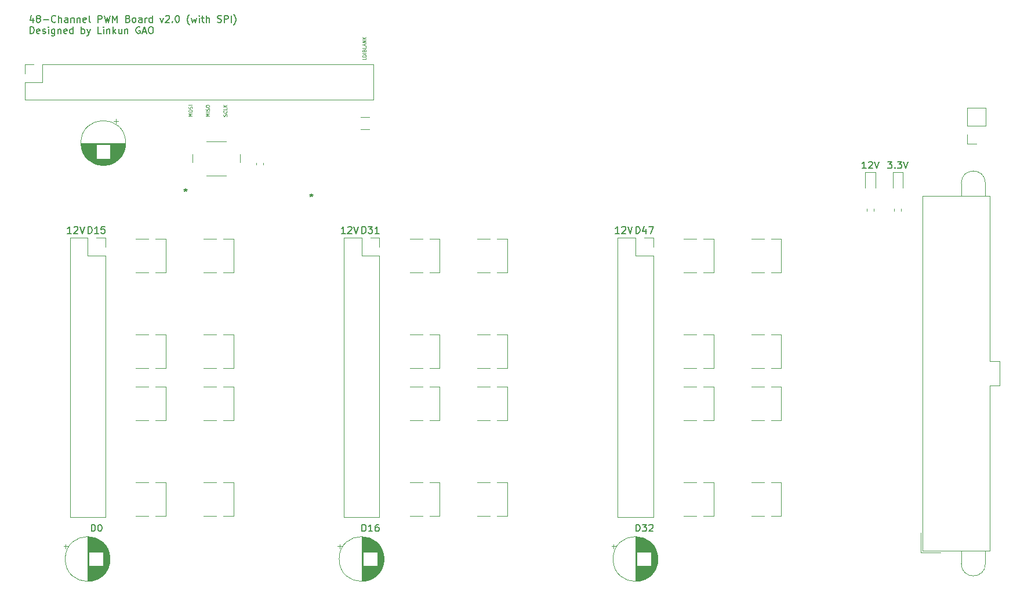
<source format=gbr>
%TF.GenerationSoftware,KiCad,Pcbnew,(5.1.6)-1*%
%TF.CreationDate,2020-07-20T16:14:19+09:00*%
%TF.ProjectId,PWM-LT8500,50574d2d-4c54-4383-9530-302e6b696361,rev?*%
%TF.SameCoordinates,Original*%
%TF.FileFunction,Legend,Top*%
%TF.FilePolarity,Positive*%
%FSLAX46Y46*%
G04 Gerber Fmt 4.6, Leading zero omitted, Abs format (unit mm)*
G04 Created by KiCad (PCBNEW (5.1.6)-1) date 2020-07-20 16:14:19*
%MOMM*%
%LPD*%
G01*
G04 APERTURE LIST*
%ADD10C,0.150000*%
%ADD11C,0.100000*%
%ADD12C,0.120000*%
G04 APERTURE END LIST*
D10*
X65380000Y-44632380D02*
X65380000Y-44870476D01*
X65141904Y-44775238D02*
X65380000Y-44870476D01*
X65618095Y-44775238D01*
X65237142Y-45060952D02*
X65380000Y-44870476D01*
X65522857Y-45060952D01*
X47000000Y-43882380D02*
X47000000Y-44120476D01*
X46761904Y-44025238D02*
X47000000Y-44120476D01*
X47238095Y-44025238D01*
X46857142Y-44310952D02*
X47000000Y-44120476D01*
X47142857Y-44310952D01*
D11*
X53012380Y-33345238D02*
X53036190Y-33273809D01*
X53036190Y-33154761D01*
X53012380Y-33107142D01*
X52988571Y-33083333D01*
X52940952Y-33059523D01*
X52893333Y-33059523D01*
X52845714Y-33083333D01*
X52821904Y-33107142D01*
X52798095Y-33154761D01*
X52774285Y-33250000D01*
X52750476Y-33297619D01*
X52726666Y-33321428D01*
X52679047Y-33345238D01*
X52631428Y-33345238D01*
X52583809Y-33321428D01*
X52560000Y-33297619D01*
X52536190Y-33250000D01*
X52536190Y-33130952D01*
X52560000Y-33059523D01*
X52988571Y-32559523D02*
X53012380Y-32583333D01*
X53036190Y-32654761D01*
X53036190Y-32702380D01*
X53012380Y-32773809D01*
X52964761Y-32821428D01*
X52917142Y-32845238D01*
X52821904Y-32869047D01*
X52750476Y-32869047D01*
X52655238Y-32845238D01*
X52607619Y-32821428D01*
X52560000Y-32773809D01*
X52536190Y-32702380D01*
X52536190Y-32654761D01*
X52560000Y-32583333D01*
X52583809Y-32559523D01*
X53036190Y-32107142D02*
X53036190Y-32345238D01*
X52536190Y-32345238D01*
X53036190Y-31940476D02*
X52536190Y-31940476D01*
X53036190Y-31654761D02*
X52750476Y-31869047D01*
X52536190Y-31654761D02*
X52821904Y-31940476D01*
X50496190Y-33285714D02*
X49996190Y-33285714D01*
X50353333Y-33119047D01*
X49996190Y-32952380D01*
X50496190Y-32952380D01*
X50496190Y-32714285D02*
X49996190Y-32714285D01*
X50472380Y-32500000D02*
X50496190Y-32428571D01*
X50496190Y-32309523D01*
X50472380Y-32261904D01*
X50448571Y-32238095D01*
X50400952Y-32214285D01*
X50353333Y-32214285D01*
X50305714Y-32238095D01*
X50281904Y-32261904D01*
X50258095Y-32309523D01*
X50234285Y-32404761D01*
X50210476Y-32452380D01*
X50186666Y-32476190D01*
X50139047Y-32500000D01*
X50091428Y-32500000D01*
X50043809Y-32476190D01*
X50020000Y-32452380D01*
X49996190Y-32404761D01*
X49996190Y-32285714D01*
X50020000Y-32214285D01*
X49996190Y-31904761D02*
X49996190Y-31809523D01*
X50020000Y-31761904D01*
X50067619Y-31714285D01*
X50162857Y-31690476D01*
X50329523Y-31690476D01*
X50424761Y-31714285D01*
X50472380Y-31761904D01*
X50496190Y-31809523D01*
X50496190Y-31904761D01*
X50472380Y-31952380D01*
X50424761Y-32000000D01*
X50329523Y-32023809D01*
X50162857Y-32023809D01*
X50067619Y-32000000D01*
X50020000Y-31952380D01*
X49996190Y-31904761D01*
X47956190Y-33285714D02*
X47456190Y-33285714D01*
X47813333Y-33119047D01*
X47456190Y-32952380D01*
X47956190Y-32952380D01*
X47456190Y-32619047D02*
X47456190Y-32523809D01*
X47480000Y-32476190D01*
X47527619Y-32428571D01*
X47622857Y-32404761D01*
X47789523Y-32404761D01*
X47884761Y-32428571D01*
X47932380Y-32476190D01*
X47956190Y-32523809D01*
X47956190Y-32619047D01*
X47932380Y-32666666D01*
X47884761Y-32714285D01*
X47789523Y-32738095D01*
X47622857Y-32738095D01*
X47527619Y-32714285D01*
X47480000Y-32666666D01*
X47456190Y-32619047D01*
X47932380Y-32214285D02*
X47956190Y-32142857D01*
X47956190Y-32023809D01*
X47932380Y-31976190D01*
X47908571Y-31952380D01*
X47860952Y-31928571D01*
X47813333Y-31928571D01*
X47765714Y-31952380D01*
X47741904Y-31976190D01*
X47718095Y-32023809D01*
X47694285Y-32119047D01*
X47670476Y-32166666D01*
X47646666Y-32190476D01*
X47599047Y-32214285D01*
X47551428Y-32214285D01*
X47503809Y-32190476D01*
X47480000Y-32166666D01*
X47456190Y-32119047D01*
X47456190Y-32000000D01*
X47480000Y-31928571D01*
X47956190Y-31714285D02*
X47456190Y-31714285D01*
X73356190Y-24792857D02*
X73356190Y-25030952D01*
X72856190Y-25030952D01*
X73356190Y-24626190D02*
X72856190Y-24626190D01*
X72856190Y-24507142D01*
X72880000Y-24435714D01*
X72927619Y-24388095D01*
X72975238Y-24364285D01*
X73070476Y-24340476D01*
X73141904Y-24340476D01*
X73237142Y-24364285D01*
X73284761Y-24388095D01*
X73332380Y-24435714D01*
X73356190Y-24507142D01*
X73356190Y-24626190D01*
X73356190Y-24126190D02*
X72856190Y-24126190D01*
X73094285Y-23721428D02*
X73118095Y-23650000D01*
X73141904Y-23626190D01*
X73189523Y-23602380D01*
X73260952Y-23602380D01*
X73308571Y-23626190D01*
X73332380Y-23650000D01*
X73356190Y-23697619D01*
X73356190Y-23888095D01*
X72856190Y-23888095D01*
X72856190Y-23721428D01*
X72880000Y-23673809D01*
X72903809Y-23650000D01*
X72951428Y-23626190D01*
X72999047Y-23626190D01*
X73046666Y-23650000D01*
X73070476Y-23673809D01*
X73094285Y-23721428D01*
X73094285Y-23888095D01*
X73356190Y-23150000D02*
X73356190Y-23388095D01*
X72856190Y-23388095D01*
X73213333Y-23007142D02*
X73213333Y-22769047D01*
X73356190Y-23054761D02*
X72856190Y-22888095D01*
X73356190Y-22721428D01*
X73356190Y-22554761D02*
X72856190Y-22554761D01*
X73356190Y-22269047D01*
X72856190Y-22269047D01*
X73356190Y-22030952D02*
X72856190Y-22030952D01*
X73356190Y-21745238D02*
X73070476Y-21959523D01*
X72856190Y-21745238D02*
X73141904Y-22030952D01*
D10*
X24764166Y-18960714D02*
X24764166Y-19627380D01*
X24526071Y-18579761D02*
X24287976Y-19294047D01*
X24907023Y-19294047D01*
X25430833Y-19055952D02*
X25335595Y-19008333D01*
X25287976Y-18960714D01*
X25240357Y-18865476D01*
X25240357Y-18817857D01*
X25287976Y-18722619D01*
X25335595Y-18675000D01*
X25430833Y-18627380D01*
X25621309Y-18627380D01*
X25716547Y-18675000D01*
X25764166Y-18722619D01*
X25811785Y-18817857D01*
X25811785Y-18865476D01*
X25764166Y-18960714D01*
X25716547Y-19008333D01*
X25621309Y-19055952D01*
X25430833Y-19055952D01*
X25335595Y-19103571D01*
X25287976Y-19151190D01*
X25240357Y-19246428D01*
X25240357Y-19436904D01*
X25287976Y-19532142D01*
X25335595Y-19579761D01*
X25430833Y-19627380D01*
X25621309Y-19627380D01*
X25716547Y-19579761D01*
X25764166Y-19532142D01*
X25811785Y-19436904D01*
X25811785Y-19246428D01*
X25764166Y-19151190D01*
X25716547Y-19103571D01*
X25621309Y-19055952D01*
X26240357Y-19246428D02*
X27002261Y-19246428D01*
X28049880Y-19532142D02*
X28002261Y-19579761D01*
X27859404Y-19627380D01*
X27764166Y-19627380D01*
X27621309Y-19579761D01*
X27526071Y-19484523D01*
X27478452Y-19389285D01*
X27430833Y-19198809D01*
X27430833Y-19055952D01*
X27478452Y-18865476D01*
X27526071Y-18770238D01*
X27621309Y-18675000D01*
X27764166Y-18627380D01*
X27859404Y-18627380D01*
X28002261Y-18675000D01*
X28049880Y-18722619D01*
X28478452Y-19627380D02*
X28478452Y-18627380D01*
X28907023Y-19627380D02*
X28907023Y-19103571D01*
X28859404Y-19008333D01*
X28764166Y-18960714D01*
X28621309Y-18960714D01*
X28526071Y-19008333D01*
X28478452Y-19055952D01*
X29811785Y-19627380D02*
X29811785Y-19103571D01*
X29764166Y-19008333D01*
X29668928Y-18960714D01*
X29478452Y-18960714D01*
X29383214Y-19008333D01*
X29811785Y-19579761D02*
X29716547Y-19627380D01*
X29478452Y-19627380D01*
X29383214Y-19579761D01*
X29335595Y-19484523D01*
X29335595Y-19389285D01*
X29383214Y-19294047D01*
X29478452Y-19246428D01*
X29716547Y-19246428D01*
X29811785Y-19198809D01*
X30287976Y-18960714D02*
X30287976Y-19627380D01*
X30287976Y-19055952D02*
X30335595Y-19008333D01*
X30430833Y-18960714D01*
X30573690Y-18960714D01*
X30668928Y-19008333D01*
X30716547Y-19103571D01*
X30716547Y-19627380D01*
X31192738Y-18960714D02*
X31192738Y-19627380D01*
X31192738Y-19055952D02*
X31240357Y-19008333D01*
X31335595Y-18960714D01*
X31478452Y-18960714D01*
X31573690Y-19008333D01*
X31621309Y-19103571D01*
X31621309Y-19627380D01*
X32478452Y-19579761D02*
X32383214Y-19627380D01*
X32192738Y-19627380D01*
X32097500Y-19579761D01*
X32049880Y-19484523D01*
X32049880Y-19103571D01*
X32097500Y-19008333D01*
X32192738Y-18960714D01*
X32383214Y-18960714D01*
X32478452Y-19008333D01*
X32526071Y-19103571D01*
X32526071Y-19198809D01*
X32049880Y-19294047D01*
X33097500Y-19627380D02*
X33002261Y-19579761D01*
X32954642Y-19484523D01*
X32954642Y-18627380D01*
X34240357Y-19627380D02*
X34240357Y-18627380D01*
X34621309Y-18627380D01*
X34716547Y-18675000D01*
X34764166Y-18722619D01*
X34811785Y-18817857D01*
X34811785Y-18960714D01*
X34764166Y-19055952D01*
X34716547Y-19103571D01*
X34621309Y-19151190D01*
X34240357Y-19151190D01*
X35145119Y-18627380D02*
X35383214Y-19627380D01*
X35573690Y-18913095D01*
X35764166Y-19627380D01*
X36002261Y-18627380D01*
X36383214Y-19627380D02*
X36383214Y-18627380D01*
X36716547Y-19341666D01*
X37049880Y-18627380D01*
X37049880Y-19627380D01*
X38621309Y-19103571D02*
X38764166Y-19151190D01*
X38811785Y-19198809D01*
X38859404Y-19294047D01*
X38859404Y-19436904D01*
X38811785Y-19532142D01*
X38764166Y-19579761D01*
X38668928Y-19627380D01*
X38287976Y-19627380D01*
X38287976Y-18627380D01*
X38621309Y-18627380D01*
X38716547Y-18675000D01*
X38764166Y-18722619D01*
X38811785Y-18817857D01*
X38811785Y-18913095D01*
X38764166Y-19008333D01*
X38716547Y-19055952D01*
X38621309Y-19103571D01*
X38287976Y-19103571D01*
X39430833Y-19627380D02*
X39335595Y-19579761D01*
X39287976Y-19532142D01*
X39240357Y-19436904D01*
X39240357Y-19151190D01*
X39287976Y-19055952D01*
X39335595Y-19008333D01*
X39430833Y-18960714D01*
X39573690Y-18960714D01*
X39668928Y-19008333D01*
X39716547Y-19055952D01*
X39764166Y-19151190D01*
X39764166Y-19436904D01*
X39716547Y-19532142D01*
X39668928Y-19579761D01*
X39573690Y-19627380D01*
X39430833Y-19627380D01*
X40621309Y-19627380D02*
X40621309Y-19103571D01*
X40573690Y-19008333D01*
X40478452Y-18960714D01*
X40287976Y-18960714D01*
X40192738Y-19008333D01*
X40621309Y-19579761D02*
X40526071Y-19627380D01*
X40287976Y-19627380D01*
X40192738Y-19579761D01*
X40145119Y-19484523D01*
X40145119Y-19389285D01*
X40192738Y-19294047D01*
X40287976Y-19246428D01*
X40526071Y-19246428D01*
X40621309Y-19198809D01*
X41097500Y-19627380D02*
X41097500Y-18960714D01*
X41097500Y-19151190D02*
X41145119Y-19055952D01*
X41192738Y-19008333D01*
X41287976Y-18960714D01*
X41383214Y-18960714D01*
X42145119Y-19627380D02*
X42145119Y-18627380D01*
X42145119Y-19579761D02*
X42049880Y-19627380D01*
X41859404Y-19627380D01*
X41764166Y-19579761D01*
X41716547Y-19532142D01*
X41668928Y-19436904D01*
X41668928Y-19151190D01*
X41716547Y-19055952D01*
X41764166Y-19008333D01*
X41859404Y-18960714D01*
X42049880Y-18960714D01*
X42145119Y-19008333D01*
X43287976Y-18960714D02*
X43526071Y-19627380D01*
X43764166Y-18960714D01*
X44097500Y-18722619D02*
X44145119Y-18675000D01*
X44240357Y-18627380D01*
X44478452Y-18627380D01*
X44573690Y-18675000D01*
X44621309Y-18722619D01*
X44668928Y-18817857D01*
X44668928Y-18913095D01*
X44621309Y-19055952D01*
X44049880Y-19627380D01*
X44668928Y-19627380D01*
X45097500Y-19532142D02*
X45145119Y-19579761D01*
X45097500Y-19627380D01*
X45049880Y-19579761D01*
X45097500Y-19532142D01*
X45097500Y-19627380D01*
X45764166Y-18627380D02*
X45859404Y-18627380D01*
X45954642Y-18675000D01*
X46002261Y-18722619D01*
X46049880Y-18817857D01*
X46097500Y-19008333D01*
X46097500Y-19246428D01*
X46049880Y-19436904D01*
X46002261Y-19532142D01*
X45954642Y-19579761D01*
X45859404Y-19627380D01*
X45764166Y-19627380D01*
X45668928Y-19579761D01*
X45621309Y-19532142D01*
X45573690Y-19436904D01*
X45526071Y-19246428D01*
X45526071Y-19008333D01*
X45573690Y-18817857D01*
X45621309Y-18722619D01*
X45668928Y-18675000D01*
X45764166Y-18627380D01*
X47573690Y-20008333D02*
X47526071Y-19960714D01*
X47430833Y-19817857D01*
X47383214Y-19722619D01*
X47335595Y-19579761D01*
X47287976Y-19341666D01*
X47287976Y-19151190D01*
X47335595Y-18913095D01*
X47383214Y-18770238D01*
X47430833Y-18675000D01*
X47526071Y-18532142D01*
X47573690Y-18484523D01*
X47859404Y-18960714D02*
X48049880Y-19627380D01*
X48240357Y-19151190D01*
X48430833Y-19627380D01*
X48621309Y-18960714D01*
X49002261Y-19627380D02*
X49002261Y-18960714D01*
X49002261Y-18627380D02*
X48954642Y-18675000D01*
X49002261Y-18722619D01*
X49049880Y-18675000D01*
X49002261Y-18627380D01*
X49002261Y-18722619D01*
X49335595Y-18960714D02*
X49716547Y-18960714D01*
X49478452Y-18627380D02*
X49478452Y-19484523D01*
X49526071Y-19579761D01*
X49621309Y-19627380D01*
X49716547Y-19627380D01*
X50049880Y-19627380D02*
X50049880Y-18627380D01*
X50478452Y-19627380D02*
X50478452Y-19103571D01*
X50430833Y-19008333D01*
X50335595Y-18960714D01*
X50192738Y-18960714D01*
X50097500Y-19008333D01*
X50049880Y-19055952D01*
X51668928Y-19579761D02*
X51811785Y-19627380D01*
X52049880Y-19627380D01*
X52145119Y-19579761D01*
X52192738Y-19532142D01*
X52240357Y-19436904D01*
X52240357Y-19341666D01*
X52192738Y-19246428D01*
X52145119Y-19198809D01*
X52049880Y-19151190D01*
X51859404Y-19103571D01*
X51764166Y-19055952D01*
X51716547Y-19008333D01*
X51668928Y-18913095D01*
X51668928Y-18817857D01*
X51716547Y-18722619D01*
X51764166Y-18675000D01*
X51859404Y-18627380D01*
X52097500Y-18627380D01*
X52240357Y-18675000D01*
X52668928Y-19627380D02*
X52668928Y-18627380D01*
X53049880Y-18627380D01*
X53145119Y-18675000D01*
X53192738Y-18722619D01*
X53240357Y-18817857D01*
X53240357Y-18960714D01*
X53192738Y-19055952D01*
X53145119Y-19103571D01*
X53049880Y-19151190D01*
X52668928Y-19151190D01*
X53668928Y-19627380D02*
X53668928Y-18627380D01*
X54049880Y-20008333D02*
X54097500Y-19960714D01*
X54192738Y-19817857D01*
X54240357Y-19722619D01*
X54287976Y-19579761D01*
X54335595Y-19341666D01*
X54335595Y-19151190D01*
X54287976Y-18913095D01*
X54240357Y-18770238D01*
X54192738Y-18675000D01*
X54097500Y-18532142D01*
X54049880Y-18484523D01*
X24335595Y-21277380D02*
X24335595Y-20277380D01*
X24573690Y-20277380D01*
X24716547Y-20325000D01*
X24811785Y-20420238D01*
X24859404Y-20515476D01*
X24907023Y-20705952D01*
X24907023Y-20848809D01*
X24859404Y-21039285D01*
X24811785Y-21134523D01*
X24716547Y-21229761D01*
X24573690Y-21277380D01*
X24335595Y-21277380D01*
X25716547Y-21229761D02*
X25621309Y-21277380D01*
X25430833Y-21277380D01*
X25335595Y-21229761D01*
X25287976Y-21134523D01*
X25287976Y-20753571D01*
X25335595Y-20658333D01*
X25430833Y-20610714D01*
X25621309Y-20610714D01*
X25716547Y-20658333D01*
X25764166Y-20753571D01*
X25764166Y-20848809D01*
X25287976Y-20944047D01*
X26145119Y-21229761D02*
X26240357Y-21277380D01*
X26430833Y-21277380D01*
X26526071Y-21229761D01*
X26573690Y-21134523D01*
X26573690Y-21086904D01*
X26526071Y-20991666D01*
X26430833Y-20944047D01*
X26287976Y-20944047D01*
X26192738Y-20896428D01*
X26145119Y-20801190D01*
X26145119Y-20753571D01*
X26192738Y-20658333D01*
X26287976Y-20610714D01*
X26430833Y-20610714D01*
X26526071Y-20658333D01*
X27002261Y-21277380D02*
X27002261Y-20610714D01*
X27002261Y-20277380D02*
X26954642Y-20325000D01*
X27002261Y-20372619D01*
X27049880Y-20325000D01*
X27002261Y-20277380D01*
X27002261Y-20372619D01*
X27907023Y-20610714D02*
X27907023Y-21420238D01*
X27859404Y-21515476D01*
X27811785Y-21563095D01*
X27716547Y-21610714D01*
X27573690Y-21610714D01*
X27478452Y-21563095D01*
X27907023Y-21229761D02*
X27811785Y-21277380D01*
X27621309Y-21277380D01*
X27526071Y-21229761D01*
X27478452Y-21182142D01*
X27430833Y-21086904D01*
X27430833Y-20801190D01*
X27478452Y-20705952D01*
X27526071Y-20658333D01*
X27621309Y-20610714D01*
X27811785Y-20610714D01*
X27907023Y-20658333D01*
X28383214Y-20610714D02*
X28383214Y-21277380D01*
X28383214Y-20705952D02*
X28430833Y-20658333D01*
X28526071Y-20610714D01*
X28668928Y-20610714D01*
X28764166Y-20658333D01*
X28811785Y-20753571D01*
X28811785Y-21277380D01*
X29668928Y-21229761D02*
X29573690Y-21277380D01*
X29383214Y-21277380D01*
X29287976Y-21229761D01*
X29240357Y-21134523D01*
X29240357Y-20753571D01*
X29287976Y-20658333D01*
X29383214Y-20610714D01*
X29573690Y-20610714D01*
X29668928Y-20658333D01*
X29716547Y-20753571D01*
X29716547Y-20848809D01*
X29240357Y-20944047D01*
X30573690Y-21277380D02*
X30573690Y-20277380D01*
X30573690Y-21229761D02*
X30478452Y-21277380D01*
X30287976Y-21277380D01*
X30192738Y-21229761D01*
X30145119Y-21182142D01*
X30097500Y-21086904D01*
X30097500Y-20801190D01*
X30145119Y-20705952D01*
X30192738Y-20658333D01*
X30287976Y-20610714D01*
X30478452Y-20610714D01*
X30573690Y-20658333D01*
X31811785Y-21277380D02*
X31811785Y-20277380D01*
X31811785Y-20658333D02*
X31907023Y-20610714D01*
X32097500Y-20610714D01*
X32192738Y-20658333D01*
X32240357Y-20705952D01*
X32287976Y-20801190D01*
X32287976Y-21086904D01*
X32240357Y-21182142D01*
X32192738Y-21229761D01*
X32097500Y-21277380D01*
X31907023Y-21277380D01*
X31811785Y-21229761D01*
X32621309Y-20610714D02*
X32859404Y-21277380D01*
X33097500Y-20610714D02*
X32859404Y-21277380D01*
X32764166Y-21515476D01*
X32716547Y-21563095D01*
X32621309Y-21610714D01*
X34716547Y-21277380D02*
X34240357Y-21277380D01*
X34240357Y-20277380D01*
X35049880Y-21277380D02*
X35049880Y-20610714D01*
X35049880Y-20277380D02*
X35002261Y-20325000D01*
X35049880Y-20372619D01*
X35097500Y-20325000D01*
X35049880Y-20277380D01*
X35049880Y-20372619D01*
X35526071Y-20610714D02*
X35526071Y-21277380D01*
X35526071Y-20705952D02*
X35573690Y-20658333D01*
X35668928Y-20610714D01*
X35811785Y-20610714D01*
X35907023Y-20658333D01*
X35954642Y-20753571D01*
X35954642Y-21277380D01*
X36430833Y-21277380D02*
X36430833Y-20277380D01*
X36526071Y-20896428D02*
X36811785Y-21277380D01*
X36811785Y-20610714D02*
X36430833Y-20991666D01*
X37668928Y-20610714D02*
X37668928Y-21277380D01*
X37240357Y-20610714D02*
X37240357Y-21134523D01*
X37287976Y-21229761D01*
X37383214Y-21277380D01*
X37526071Y-21277380D01*
X37621309Y-21229761D01*
X37668928Y-21182142D01*
X38145119Y-20610714D02*
X38145119Y-21277380D01*
X38145119Y-20705952D02*
X38192738Y-20658333D01*
X38287976Y-20610714D01*
X38430833Y-20610714D01*
X38526071Y-20658333D01*
X38573690Y-20753571D01*
X38573690Y-21277380D01*
X40335595Y-20325000D02*
X40240357Y-20277380D01*
X40097500Y-20277380D01*
X39954642Y-20325000D01*
X39859404Y-20420238D01*
X39811785Y-20515476D01*
X39764166Y-20705952D01*
X39764166Y-20848809D01*
X39811785Y-21039285D01*
X39859404Y-21134523D01*
X39954642Y-21229761D01*
X40097500Y-21277380D01*
X40192738Y-21277380D01*
X40335595Y-21229761D01*
X40383214Y-21182142D01*
X40383214Y-20848809D01*
X40192738Y-20848809D01*
X40764166Y-20991666D02*
X41240357Y-20991666D01*
X40668928Y-21277380D02*
X41002261Y-20277380D01*
X41335595Y-21277380D01*
X41859404Y-20277380D02*
X42049880Y-20277380D01*
X42145119Y-20325000D01*
X42240357Y-20420238D01*
X42287976Y-20610714D01*
X42287976Y-20944047D01*
X42240357Y-21134523D01*
X42145119Y-21229761D01*
X42049880Y-21277380D01*
X41859404Y-21277380D01*
X41764166Y-21229761D01*
X41668928Y-21134523D01*
X41621309Y-20944047D01*
X41621309Y-20610714D01*
X41668928Y-20420238D01*
X41764166Y-20325000D01*
X41859404Y-20277380D01*
X146380952Y-40952380D02*
X145809523Y-40952380D01*
X146095238Y-40952380D02*
X146095238Y-39952380D01*
X146000000Y-40095238D01*
X145904761Y-40190476D01*
X145809523Y-40238095D01*
X146761904Y-40047619D02*
X146809523Y-40000000D01*
X146904761Y-39952380D01*
X147142857Y-39952380D01*
X147238095Y-40000000D01*
X147285714Y-40047619D01*
X147333333Y-40142857D01*
X147333333Y-40238095D01*
X147285714Y-40380952D01*
X146714285Y-40952380D01*
X147333333Y-40952380D01*
X147619047Y-39952380D02*
X147952380Y-40952380D01*
X148285714Y-39952380D01*
X149523809Y-39952380D02*
X150142857Y-39952380D01*
X149809523Y-40333333D01*
X149952380Y-40333333D01*
X150047619Y-40380952D01*
X150095238Y-40428571D01*
X150142857Y-40523809D01*
X150142857Y-40761904D01*
X150095238Y-40857142D01*
X150047619Y-40904761D01*
X149952380Y-40952380D01*
X149666666Y-40952380D01*
X149571428Y-40904761D01*
X149523809Y-40857142D01*
X150571428Y-40857142D02*
X150619047Y-40904761D01*
X150571428Y-40952380D01*
X150523809Y-40904761D01*
X150571428Y-40857142D01*
X150571428Y-40952380D01*
X150952380Y-39952380D02*
X151571428Y-39952380D01*
X151238095Y-40333333D01*
X151380952Y-40333333D01*
X151476190Y-40380952D01*
X151523809Y-40428571D01*
X151571428Y-40523809D01*
X151571428Y-40761904D01*
X151523809Y-40857142D01*
X151476190Y-40904761D01*
X151380952Y-40952380D01*
X151095238Y-40952380D01*
X151000000Y-40904761D01*
X150952380Y-40857142D01*
X151857142Y-39952380D02*
X152190476Y-40952380D01*
X152523809Y-39952380D01*
X112785714Y-50452380D02*
X112785714Y-49452380D01*
X113023809Y-49452380D01*
X113166666Y-49500000D01*
X113261904Y-49595238D01*
X113309523Y-49690476D01*
X113357142Y-49880952D01*
X113357142Y-50023809D01*
X113309523Y-50214285D01*
X113261904Y-50309523D01*
X113166666Y-50404761D01*
X113023809Y-50452380D01*
X112785714Y-50452380D01*
X114214285Y-49785714D02*
X114214285Y-50452380D01*
X113976190Y-49404761D02*
X113738095Y-50119047D01*
X114357142Y-50119047D01*
X114642857Y-49452380D02*
X115309523Y-49452380D01*
X114880952Y-50452380D01*
X112785714Y-93952380D02*
X112785714Y-92952380D01*
X113023809Y-92952380D01*
X113166666Y-93000000D01*
X113261904Y-93095238D01*
X113309523Y-93190476D01*
X113357142Y-93380952D01*
X113357142Y-93523809D01*
X113309523Y-93714285D01*
X113261904Y-93809523D01*
X113166666Y-93904761D01*
X113023809Y-93952380D01*
X112785714Y-93952380D01*
X113690476Y-92952380D02*
X114309523Y-92952380D01*
X113976190Y-93333333D01*
X114119047Y-93333333D01*
X114214285Y-93380952D01*
X114261904Y-93428571D01*
X114309523Y-93523809D01*
X114309523Y-93761904D01*
X114261904Y-93857142D01*
X114214285Y-93904761D01*
X114119047Y-93952380D01*
X113833333Y-93952380D01*
X113738095Y-93904761D01*
X113690476Y-93857142D01*
X114690476Y-93047619D02*
X114738095Y-93000000D01*
X114833333Y-92952380D01*
X115071428Y-92952380D01*
X115166666Y-93000000D01*
X115214285Y-93047619D01*
X115261904Y-93142857D01*
X115261904Y-93238095D01*
X115214285Y-93380952D01*
X114642857Y-93952380D01*
X115261904Y-93952380D01*
X110340952Y-50452380D02*
X109769523Y-50452380D01*
X110055238Y-50452380D02*
X110055238Y-49452380D01*
X109960000Y-49595238D01*
X109864761Y-49690476D01*
X109769523Y-49738095D01*
X110721904Y-49547619D02*
X110769523Y-49500000D01*
X110864761Y-49452380D01*
X111102857Y-49452380D01*
X111198095Y-49500000D01*
X111245714Y-49547619D01*
X111293333Y-49642857D01*
X111293333Y-49738095D01*
X111245714Y-49880952D01*
X110674285Y-50452380D01*
X111293333Y-50452380D01*
X111579047Y-49452380D02*
X111912380Y-50452380D01*
X112245714Y-49452380D01*
X72785714Y-50452380D02*
X72785714Y-49452380D01*
X73023809Y-49452380D01*
X73166666Y-49500000D01*
X73261904Y-49595238D01*
X73309523Y-49690476D01*
X73357142Y-49880952D01*
X73357142Y-50023809D01*
X73309523Y-50214285D01*
X73261904Y-50309523D01*
X73166666Y-50404761D01*
X73023809Y-50452380D01*
X72785714Y-50452380D01*
X73690476Y-49452380D02*
X74309523Y-49452380D01*
X73976190Y-49833333D01*
X74119047Y-49833333D01*
X74214285Y-49880952D01*
X74261904Y-49928571D01*
X74309523Y-50023809D01*
X74309523Y-50261904D01*
X74261904Y-50357142D01*
X74214285Y-50404761D01*
X74119047Y-50452380D01*
X73833333Y-50452380D01*
X73738095Y-50404761D01*
X73690476Y-50357142D01*
X75261904Y-50452380D02*
X74690476Y-50452380D01*
X74976190Y-50452380D02*
X74976190Y-49452380D01*
X74880952Y-49595238D01*
X74785714Y-49690476D01*
X74690476Y-49738095D01*
X72785714Y-93952380D02*
X72785714Y-92952380D01*
X73023809Y-92952380D01*
X73166666Y-93000000D01*
X73261904Y-93095238D01*
X73309523Y-93190476D01*
X73357142Y-93380952D01*
X73357142Y-93523809D01*
X73309523Y-93714285D01*
X73261904Y-93809523D01*
X73166666Y-93904761D01*
X73023809Y-93952380D01*
X72785714Y-93952380D01*
X74309523Y-93952380D02*
X73738095Y-93952380D01*
X74023809Y-93952380D02*
X74023809Y-92952380D01*
X73928571Y-93095238D01*
X73833333Y-93190476D01*
X73738095Y-93238095D01*
X75166666Y-92952380D02*
X74976190Y-92952380D01*
X74880952Y-93000000D01*
X74833333Y-93047619D01*
X74738095Y-93190476D01*
X74690476Y-93380952D01*
X74690476Y-93761904D01*
X74738095Y-93857142D01*
X74785714Y-93904761D01*
X74880952Y-93952380D01*
X75071428Y-93952380D01*
X75166666Y-93904761D01*
X75214285Y-93857142D01*
X75261904Y-93761904D01*
X75261904Y-93523809D01*
X75214285Y-93428571D01*
X75166666Y-93380952D01*
X75071428Y-93333333D01*
X74880952Y-93333333D01*
X74785714Y-93380952D01*
X74738095Y-93428571D01*
X74690476Y-93523809D01*
X70340952Y-50452380D02*
X69769523Y-50452380D01*
X70055238Y-50452380D02*
X70055238Y-49452380D01*
X69960000Y-49595238D01*
X69864761Y-49690476D01*
X69769523Y-49738095D01*
X70721904Y-49547619D02*
X70769523Y-49500000D01*
X70864761Y-49452380D01*
X71102857Y-49452380D01*
X71198095Y-49500000D01*
X71245714Y-49547619D01*
X71293333Y-49642857D01*
X71293333Y-49738095D01*
X71245714Y-49880952D01*
X70674285Y-50452380D01*
X71293333Y-50452380D01*
X71579047Y-49452380D02*
X71912380Y-50452380D01*
X72245714Y-49452380D01*
X32785714Y-50452380D02*
X32785714Y-49452380D01*
X33023809Y-49452380D01*
X33166666Y-49500000D01*
X33261904Y-49595238D01*
X33309523Y-49690476D01*
X33357142Y-49880952D01*
X33357142Y-50023809D01*
X33309523Y-50214285D01*
X33261904Y-50309523D01*
X33166666Y-50404761D01*
X33023809Y-50452380D01*
X32785714Y-50452380D01*
X34309523Y-50452380D02*
X33738095Y-50452380D01*
X34023809Y-50452380D02*
X34023809Y-49452380D01*
X33928571Y-49595238D01*
X33833333Y-49690476D01*
X33738095Y-49738095D01*
X35214285Y-49452380D02*
X34738095Y-49452380D01*
X34690476Y-49928571D01*
X34738095Y-49880952D01*
X34833333Y-49833333D01*
X35071428Y-49833333D01*
X35166666Y-49880952D01*
X35214285Y-49928571D01*
X35261904Y-50023809D01*
X35261904Y-50261904D01*
X35214285Y-50357142D01*
X35166666Y-50404761D01*
X35071428Y-50452380D01*
X34833333Y-50452380D01*
X34738095Y-50404761D01*
X34690476Y-50357142D01*
X33261904Y-93952380D02*
X33261904Y-92952380D01*
X33500000Y-92952380D01*
X33642857Y-93000000D01*
X33738095Y-93095238D01*
X33785714Y-93190476D01*
X33833333Y-93380952D01*
X33833333Y-93523809D01*
X33785714Y-93714285D01*
X33738095Y-93809523D01*
X33642857Y-93904761D01*
X33500000Y-93952380D01*
X33261904Y-93952380D01*
X34452380Y-92952380D02*
X34547619Y-92952380D01*
X34642857Y-93000000D01*
X34690476Y-93047619D01*
X34738095Y-93142857D01*
X34785714Y-93333333D01*
X34785714Y-93571428D01*
X34738095Y-93761904D01*
X34690476Y-93857142D01*
X34642857Y-93904761D01*
X34547619Y-93952380D01*
X34452380Y-93952380D01*
X34357142Y-93904761D01*
X34309523Y-93857142D01*
X34261904Y-93761904D01*
X34214285Y-93571428D01*
X34214285Y-93333333D01*
X34261904Y-93142857D01*
X34309523Y-93047619D01*
X34357142Y-93000000D01*
X34452380Y-92952380D01*
X30340952Y-50452380D02*
X29769523Y-50452380D01*
X30055238Y-50452380D02*
X30055238Y-49452380D01*
X29960000Y-49595238D01*
X29864761Y-49690476D01*
X29769523Y-49738095D01*
X30721904Y-49547619D02*
X30769523Y-49500000D01*
X30864761Y-49452380D01*
X31102857Y-49452380D01*
X31198095Y-49500000D01*
X31245714Y-49547619D01*
X31293333Y-49642857D01*
X31293333Y-49738095D01*
X31245714Y-49880952D01*
X30674285Y-50452380D01*
X31293333Y-50452380D01*
X31579047Y-49452380D02*
X31912380Y-50452380D01*
X32245714Y-49452380D01*
D11*
%TO.C,Y1*%
X50100000Y-37000000D02*
X52900000Y-37000000D01*
X50100000Y-42000000D02*
X52900000Y-42000000D01*
X48000000Y-38900000D02*
X48000000Y-40100000D01*
X55000000Y-38900000D02*
X55000000Y-40100000D01*
D12*
%TO.C,C1*%
X57320000Y-40124721D02*
X57320000Y-40450279D01*
X58340000Y-40124721D02*
X58340000Y-40450279D01*
%TO.C,C3*%
X72607936Y-33430000D02*
X73812064Y-33430000D01*
X72607936Y-35250000D02*
X73812064Y-35250000D01*
%TO.C,C5*%
X115980000Y-98000000D02*
G75*
G03*
X115980000Y-98000000I-3270000J0D01*
G01*
X112710000Y-94770000D02*
X112710000Y-101230000D01*
X112750000Y-94770000D02*
X112750000Y-101230000D01*
X112790000Y-94770000D02*
X112790000Y-101230000D01*
X112830000Y-94772000D02*
X112830000Y-101228000D01*
X112870000Y-94773000D02*
X112870000Y-101227000D01*
X112910000Y-94776000D02*
X112910000Y-101224000D01*
X112950000Y-94778000D02*
X112950000Y-96960000D01*
X112950000Y-99040000D02*
X112950000Y-101222000D01*
X112990000Y-94782000D02*
X112990000Y-96960000D01*
X112990000Y-99040000D02*
X112990000Y-101218000D01*
X113030000Y-94785000D02*
X113030000Y-96960000D01*
X113030000Y-99040000D02*
X113030000Y-101215000D01*
X113070000Y-94789000D02*
X113070000Y-96960000D01*
X113070000Y-99040000D02*
X113070000Y-101211000D01*
X113110000Y-94794000D02*
X113110000Y-96960000D01*
X113110000Y-99040000D02*
X113110000Y-101206000D01*
X113150000Y-94799000D02*
X113150000Y-96960000D01*
X113150000Y-99040000D02*
X113150000Y-101201000D01*
X113190000Y-94805000D02*
X113190000Y-96960000D01*
X113190000Y-99040000D02*
X113190000Y-101195000D01*
X113230000Y-94811000D02*
X113230000Y-96960000D01*
X113230000Y-99040000D02*
X113230000Y-101189000D01*
X113270000Y-94818000D02*
X113270000Y-96960000D01*
X113270000Y-99040000D02*
X113270000Y-101182000D01*
X113310000Y-94825000D02*
X113310000Y-96960000D01*
X113310000Y-99040000D02*
X113310000Y-101175000D01*
X113350000Y-94833000D02*
X113350000Y-96960000D01*
X113350000Y-99040000D02*
X113350000Y-101167000D01*
X113390000Y-94841000D02*
X113390000Y-96960000D01*
X113390000Y-99040000D02*
X113390000Y-101159000D01*
X113431000Y-94850000D02*
X113431000Y-96960000D01*
X113431000Y-99040000D02*
X113431000Y-101150000D01*
X113471000Y-94859000D02*
X113471000Y-96960000D01*
X113471000Y-99040000D02*
X113471000Y-101141000D01*
X113511000Y-94869000D02*
X113511000Y-96960000D01*
X113511000Y-99040000D02*
X113511000Y-101131000D01*
X113551000Y-94879000D02*
X113551000Y-96960000D01*
X113551000Y-99040000D02*
X113551000Y-101121000D01*
X113591000Y-94890000D02*
X113591000Y-96960000D01*
X113591000Y-99040000D02*
X113591000Y-101110000D01*
X113631000Y-94902000D02*
X113631000Y-96960000D01*
X113631000Y-99040000D02*
X113631000Y-101098000D01*
X113671000Y-94914000D02*
X113671000Y-96960000D01*
X113671000Y-99040000D02*
X113671000Y-101086000D01*
X113711000Y-94926000D02*
X113711000Y-96960000D01*
X113711000Y-99040000D02*
X113711000Y-101074000D01*
X113751000Y-94939000D02*
X113751000Y-96960000D01*
X113751000Y-99040000D02*
X113751000Y-101061000D01*
X113791000Y-94953000D02*
X113791000Y-96960000D01*
X113791000Y-99040000D02*
X113791000Y-101047000D01*
X113831000Y-94967000D02*
X113831000Y-96960000D01*
X113831000Y-99040000D02*
X113831000Y-101033000D01*
X113871000Y-94982000D02*
X113871000Y-96960000D01*
X113871000Y-99040000D02*
X113871000Y-101018000D01*
X113911000Y-94998000D02*
X113911000Y-96960000D01*
X113911000Y-99040000D02*
X113911000Y-101002000D01*
X113951000Y-95014000D02*
X113951000Y-96960000D01*
X113951000Y-99040000D02*
X113951000Y-100986000D01*
X113991000Y-95030000D02*
X113991000Y-96960000D01*
X113991000Y-99040000D02*
X113991000Y-100970000D01*
X114031000Y-95048000D02*
X114031000Y-96960000D01*
X114031000Y-99040000D02*
X114031000Y-100952000D01*
X114071000Y-95066000D02*
X114071000Y-96960000D01*
X114071000Y-99040000D02*
X114071000Y-100934000D01*
X114111000Y-95084000D02*
X114111000Y-96960000D01*
X114111000Y-99040000D02*
X114111000Y-100916000D01*
X114151000Y-95104000D02*
X114151000Y-96960000D01*
X114151000Y-99040000D02*
X114151000Y-100896000D01*
X114191000Y-95124000D02*
X114191000Y-96960000D01*
X114191000Y-99040000D02*
X114191000Y-100876000D01*
X114231000Y-95144000D02*
X114231000Y-96960000D01*
X114231000Y-99040000D02*
X114231000Y-100856000D01*
X114271000Y-95166000D02*
X114271000Y-96960000D01*
X114271000Y-99040000D02*
X114271000Y-100834000D01*
X114311000Y-95188000D02*
X114311000Y-96960000D01*
X114311000Y-99040000D02*
X114311000Y-100812000D01*
X114351000Y-95210000D02*
X114351000Y-96960000D01*
X114351000Y-99040000D02*
X114351000Y-100790000D01*
X114391000Y-95234000D02*
X114391000Y-96960000D01*
X114391000Y-99040000D02*
X114391000Y-100766000D01*
X114431000Y-95258000D02*
X114431000Y-96960000D01*
X114431000Y-99040000D02*
X114431000Y-100742000D01*
X114471000Y-95284000D02*
X114471000Y-96960000D01*
X114471000Y-99040000D02*
X114471000Y-100716000D01*
X114511000Y-95310000D02*
X114511000Y-96960000D01*
X114511000Y-99040000D02*
X114511000Y-100690000D01*
X114551000Y-95336000D02*
X114551000Y-96960000D01*
X114551000Y-99040000D02*
X114551000Y-100664000D01*
X114591000Y-95364000D02*
X114591000Y-96960000D01*
X114591000Y-99040000D02*
X114591000Y-100636000D01*
X114631000Y-95393000D02*
X114631000Y-96960000D01*
X114631000Y-99040000D02*
X114631000Y-100607000D01*
X114671000Y-95422000D02*
X114671000Y-96960000D01*
X114671000Y-99040000D02*
X114671000Y-100578000D01*
X114711000Y-95452000D02*
X114711000Y-96960000D01*
X114711000Y-99040000D02*
X114711000Y-100548000D01*
X114751000Y-95484000D02*
X114751000Y-96960000D01*
X114751000Y-99040000D02*
X114751000Y-100516000D01*
X114791000Y-95516000D02*
X114791000Y-96960000D01*
X114791000Y-99040000D02*
X114791000Y-100484000D01*
X114831000Y-95550000D02*
X114831000Y-96960000D01*
X114831000Y-99040000D02*
X114831000Y-100450000D01*
X114871000Y-95584000D02*
X114871000Y-96960000D01*
X114871000Y-99040000D02*
X114871000Y-100416000D01*
X114911000Y-95620000D02*
X114911000Y-96960000D01*
X114911000Y-99040000D02*
X114911000Y-100380000D01*
X114951000Y-95657000D02*
X114951000Y-96960000D01*
X114951000Y-99040000D02*
X114951000Y-100343000D01*
X114991000Y-95695000D02*
X114991000Y-96960000D01*
X114991000Y-99040000D02*
X114991000Y-100305000D01*
X115031000Y-95735000D02*
X115031000Y-100265000D01*
X115071000Y-95776000D02*
X115071000Y-100224000D01*
X115111000Y-95818000D02*
X115111000Y-100182000D01*
X115151000Y-95863000D02*
X115151000Y-100137000D01*
X115191000Y-95908000D02*
X115191000Y-100092000D01*
X115231000Y-95956000D02*
X115231000Y-100044000D01*
X115271000Y-96005000D02*
X115271000Y-99995000D01*
X115311000Y-96056000D02*
X115311000Y-99944000D01*
X115351000Y-96110000D02*
X115351000Y-99890000D01*
X115391000Y-96166000D02*
X115391000Y-99834000D01*
X115431000Y-96224000D02*
X115431000Y-99776000D01*
X115471000Y-96286000D02*
X115471000Y-99714000D01*
X115511000Y-96350000D02*
X115511000Y-99650000D01*
X115551000Y-96419000D02*
X115551000Y-99581000D01*
X115591000Y-96491000D02*
X115591000Y-99509000D01*
X115631000Y-96568000D02*
X115631000Y-99432000D01*
X115671000Y-96650000D02*
X115671000Y-99350000D01*
X115711000Y-96738000D02*
X115711000Y-99262000D01*
X115751000Y-96835000D02*
X115751000Y-99165000D01*
X115791000Y-96941000D02*
X115791000Y-99059000D01*
X115831000Y-97060000D02*
X115831000Y-98940000D01*
X115871000Y-97198000D02*
X115871000Y-98802000D01*
X115911000Y-97367000D02*
X115911000Y-98633000D01*
X115951000Y-97598000D02*
X115951000Y-98402000D01*
X109209759Y-96161000D02*
X109839759Y-96161000D01*
X109524759Y-95846000D02*
X109524759Y-96476000D01*
%TO.C,C2*%
X37154000Y-34064759D02*
X36524000Y-34064759D01*
X36839000Y-33749759D02*
X36839000Y-34379759D01*
X35402000Y-40491000D02*
X34598000Y-40491000D01*
X35633000Y-40451000D02*
X34367000Y-40451000D01*
X35802000Y-40411000D02*
X34198000Y-40411000D01*
X35940000Y-40371000D02*
X34060000Y-40371000D01*
X36059000Y-40331000D02*
X33941000Y-40331000D01*
X36165000Y-40291000D02*
X33835000Y-40291000D01*
X36262000Y-40251000D02*
X33738000Y-40251000D01*
X36350000Y-40211000D02*
X33650000Y-40211000D01*
X36432000Y-40171000D02*
X33568000Y-40171000D01*
X36509000Y-40131000D02*
X33491000Y-40131000D01*
X36581000Y-40091000D02*
X33419000Y-40091000D01*
X36650000Y-40051000D02*
X33350000Y-40051000D01*
X36714000Y-40011000D02*
X33286000Y-40011000D01*
X36776000Y-39971000D02*
X33224000Y-39971000D01*
X36834000Y-39931000D02*
X33166000Y-39931000D01*
X36890000Y-39891000D02*
X33110000Y-39891000D01*
X36944000Y-39851000D02*
X33056000Y-39851000D01*
X36995000Y-39811000D02*
X33005000Y-39811000D01*
X37044000Y-39771000D02*
X32956000Y-39771000D01*
X37092000Y-39731000D02*
X32908000Y-39731000D01*
X37137000Y-39691000D02*
X32863000Y-39691000D01*
X37182000Y-39651000D02*
X32818000Y-39651000D01*
X37224000Y-39611000D02*
X32776000Y-39611000D01*
X37265000Y-39571000D02*
X32735000Y-39571000D01*
X33960000Y-39531000D02*
X32695000Y-39531000D01*
X37305000Y-39531000D02*
X36040000Y-39531000D01*
X33960000Y-39491000D02*
X32657000Y-39491000D01*
X37343000Y-39491000D02*
X36040000Y-39491000D01*
X33960000Y-39451000D02*
X32620000Y-39451000D01*
X37380000Y-39451000D02*
X36040000Y-39451000D01*
X33960000Y-39411000D02*
X32584000Y-39411000D01*
X37416000Y-39411000D02*
X36040000Y-39411000D01*
X33960000Y-39371000D02*
X32550000Y-39371000D01*
X37450000Y-39371000D02*
X36040000Y-39371000D01*
X33960000Y-39331000D02*
X32516000Y-39331000D01*
X37484000Y-39331000D02*
X36040000Y-39331000D01*
X33960000Y-39291000D02*
X32484000Y-39291000D01*
X37516000Y-39291000D02*
X36040000Y-39291000D01*
X33960000Y-39251000D02*
X32452000Y-39251000D01*
X37548000Y-39251000D02*
X36040000Y-39251000D01*
X33960000Y-39211000D02*
X32422000Y-39211000D01*
X37578000Y-39211000D02*
X36040000Y-39211000D01*
X33960000Y-39171000D02*
X32393000Y-39171000D01*
X37607000Y-39171000D02*
X36040000Y-39171000D01*
X33960000Y-39131000D02*
X32364000Y-39131000D01*
X37636000Y-39131000D02*
X36040000Y-39131000D01*
X33960000Y-39091000D02*
X32336000Y-39091000D01*
X37664000Y-39091000D02*
X36040000Y-39091000D01*
X33960000Y-39051000D02*
X32310000Y-39051000D01*
X37690000Y-39051000D02*
X36040000Y-39051000D01*
X33960000Y-39011000D02*
X32284000Y-39011000D01*
X37716000Y-39011000D02*
X36040000Y-39011000D01*
X33960000Y-38971000D02*
X32258000Y-38971000D01*
X37742000Y-38971000D02*
X36040000Y-38971000D01*
X33960000Y-38931000D02*
X32234000Y-38931000D01*
X37766000Y-38931000D02*
X36040000Y-38931000D01*
X33960000Y-38891000D02*
X32210000Y-38891000D01*
X37790000Y-38891000D02*
X36040000Y-38891000D01*
X33960000Y-38851000D02*
X32188000Y-38851000D01*
X37812000Y-38851000D02*
X36040000Y-38851000D01*
X33960000Y-38811000D02*
X32166000Y-38811000D01*
X37834000Y-38811000D02*
X36040000Y-38811000D01*
X33960000Y-38771000D02*
X32144000Y-38771000D01*
X37856000Y-38771000D02*
X36040000Y-38771000D01*
X33960000Y-38731000D02*
X32124000Y-38731000D01*
X37876000Y-38731000D02*
X36040000Y-38731000D01*
X33960000Y-38691000D02*
X32104000Y-38691000D01*
X37896000Y-38691000D02*
X36040000Y-38691000D01*
X33960000Y-38651000D02*
X32084000Y-38651000D01*
X37916000Y-38651000D02*
X36040000Y-38651000D01*
X33960000Y-38611000D02*
X32066000Y-38611000D01*
X37934000Y-38611000D02*
X36040000Y-38611000D01*
X33960000Y-38571000D02*
X32048000Y-38571000D01*
X37952000Y-38571000D02*
X36040000Y-38571000D01*
X33960000Y-38531000D02*
X32030000Y-38531000D01*
X37970000Y-38531000D02*
X36040000Y-38531000D01*
X33960000Y-38491000D02*
X32014000Y-38491000D01*
X37986000Y-38491000D02*
X36040000Y-38491000D01*
X33960000Y-38451000D02*
X31998000Y-38451000D01*
X38002000Y-38451000D02*
X36040000Y-38451000D01*
X33960000Y-38411000D02*
X31982000Y-38411000D01*
X38018000Y-38411000D02*
X36040000Y-38411000D01*
X33960000Y-38371000D02*
X31967000Y-38371000D01*
X38033000Y-38371000D02*
X36040000Y-38371000D01*
X33960000Y-38331000D02*
X31953000Y-38331000D01*
X38047000Y-38331000D02*
X36040000Y-38331000D01*
X33960000Y-38291000D02*
X31939000Y-38291000D01*
X38061000Y-38291000D02*
X36040000Y-38291000D01*
X33960000Y-38251000D02*
X31926000Y-38251000D01*
X38074000Y-38251000D02*
X36040000Y-38251000D01*
X33960000Y-38211000D02*
X31914000Y-38211000D01*
X38086000Y-38211000D02*
X36040000Y-38211000D01*
X33960000Y-38171000D02*
X31902000Y-38171000D01*
X38098000Y-38171000D02*
X36040000Y-38171000D01*
X33960000Y-38131000D02*
X31890000Y-38131000D01*
X38110000Y-38131000D02*
X36040000Y-38131000D01*
X33960000Y-38091000D02*
X31879000Y-38091000D01*
X38121000Y-38091000D02*
X36040000Y-38091000D01*
X33960000Y-38051000D02*
X31869000Y-38051000D01*
X38131000Y-38051000D02*
X36040000Y-38051000D01*
X33960000Y-38011000D02*
X31859000Y-38011000D01*
X38141000Y-38011000D02*
X36040000Y-38011000D01*
X33960000Y-37971000D02*
X31850000Y-37971000D01*
X38150000Y-37971000D02*
X36040000Y-37971000D01*
X33960000Y-37930000D02*
X31841000Y-37930000D01*
X38159000Y-37930000D02*
X36040000Y-37930000D01*
X33960000Y-37890000D02*
X31833000Y-37890000D01*
X38167000Y-37890000D02*
X36040000Y-37890000D01*
X33960000Y-37850000D02*
X31825000Y-37850000D01*
X38175000Y-37850000D02*
X36040000Y-37850000D01*
X33960000Y-37810000D02*
X31818000Y-37810000D01*
X38182000Y-37810000D02*
X36040000Y-37810000D01*
X33960000Y-37770000D02*
X31811000Y-37770000D01*
X38189000Y-37770000D02*
X36040000Y-37770000D01*
X33960000Y-37730000D02*
X31805000Y-37730000D01*
X38195000Y-37730000D02*
X36040000Y-37730000D01*
X33960000Y-37690000D02*
X31799000Y-37690000D01*
X38201000Y-37690000D02*
X36040000Y-37690000D01*
X33960000Y-37650000D02*
X31794000Y-37650000D01*
X38206000Y-37650000D02*
X36040000Y-37650000D01*
X33960000Y-37610000D02*
X31789000Y-37610000D01*
X38211000Y-37610000D02*
X36040000Y-37610000D01*
X33960000Y-37570000D02*
X31785000Y-37570000D01*
X38215000Y-37570000D02*
X36040000Y-37570000D01*
X33960000Y-37530000D02*
X31782000Y-37530000D01*
X38218000Y-37530000D02*
X36040000Y-37530000D01*
X33960000Y-37490000D02*
X31778000Y-37490000D01*
X38222000Y-37490000D02*
X36040000Y-37490000D01*
X38224000Y-37450000D02*
X31776000Y-37450000D01*
X38227000Y-37410000D02*
X31773000Y-37410000D01*
X38228000Y-37370000D02*
X31772000Y-37370000D01*
X38230000Y-37330000D02*
X31770000Y-37330000D01*
X38230000Y-37290000D02*
X31770000Y-37290000D01*
X38230000Y-37250000D02*
X31770000Y-37250000D01*
X38270000Y-37250000D02*
G75*
G03*
X38270000Y-37250000I-3270000J0D01*
G01*
%TO.C,J6*%
X162500000Y-37330000D02*
X161170000Y-37330000D01*
X161170000Y-37330000D02*
X161170000Y-36000000D01*
X161170000Y-34730000D02*
X161170000Y-32130000D01*
X163830000Y-32130000D02*
X161170000Y-32130000D01*
X163830000Y-34730000D02*
X163830000Y-32130000D01*
X163830000Y-34730000D02*
X161170000Y-34730000D01*
%TO.C,R2*%
X150490000Y-46837221D02*
X150490000Y-47162779D01*
X151510000Y-46837221D02*
X151510000Y-47162779D01*
%TO.C,R1*%
X146490000Y-46837221D02*
X146490000Y-47162779D01*
X147510000Y-46837221D02*
X147510000Y-47162779D01*
%TO.C,D50*%
X150265000Y-41515000D02*
X150265000Y-43800000D01*
X151735000Y-41515000D02*
X150265000Y-41515000D01*
X151735000Y-43800000D02*
X151735000Y-41515000D01*
%TO.C,D49*%
X146265000Y-41515000D02*
X146265000Y-43800000D01*
X147735000Y-41515000D02*
X146265000Y-41515000D01*
X147735000Y-43800000D02*
X147735000Y-41515000D01*
%TO.C,C6*%
X69524759Y-95846000D02*
X69524759Y-96476000D01*
X69209759Y-96161000D02*
X69839759Y-96161000D01*
X75951000Y-97598000D02*
X75951000Y-98402000D01*
X75911000Y-97367000D02*
X75911000Y-98633000D01*
X75871000Y-97198000D02*
X75871000Y-98802000D01*
X75831000Y-97060000D02*
X75831000Y-98940000D01*
X75791000Y-96941000D02*
X75791000Y-99059000D01*
X75751000Y-96835000D02*
X75751000Y-99165000D01*
X75711000Y-96738000D02*
X75711000Y-99262000D01*
X75671000Y-96650000D02*
X75671000Y-99350000D01*
X75631000Y-96568000D02*
X75631000Y-99432000D01*
X75591000Y-96491000D02*
X75591000Y-99509000D01*
X75551000Y-96419000D02*
X75551000Y-99581000D01*
X75511000Y-96350000D02*
X75511000Y-99650000D01*
X75471000Y-96286000D02*
X75471000Y-99714000D01*
X75431000Y-96224000D02*
X75431000Y-99776000D01*
X75391000Y-96166000D02*
X75391000Y-99834000D01*
X75351000Y-96110000D02*
X75351000Y-99890000D01*
X75311000Y-96056000D02*
X75311000Y-99944000D01*
X75271000Y-96005000D02*
X75271000Y-99995000D01*
X75231000Y-95956000D02*
X75231000Y-100044000D01*
X75191000Y-95908000D02*
X75191000Y-100092000D01*
X75151000Y-95863000D02*
X75151000Y-100137000D01*
X75111000Y-95818000D02*
X75111000Y-100182000D01*
X75071000Y-95776000D02*
X75071000Y-100224000D01*
X75031000Y-95735000D02*
X75031000Y-100265000D01*
X74991000Y-99040000D02*
X74991000Y-100305000D01*
X74991000Y-95695000D02*
X74991000Y-96960000D01*
X74951000Y-99040000D02*
X74951000Y-100343000D01*
X74951000Y-95657000D02*
X74951000Y-96960000D01*
X74911000Y-99040000D02*
X74911000Y-100380000D01*
X74911000Y-95620000D02*
X74911000Y-96960000D01*
X74871000Y-99040000D02*
X74871000Y-100416000D01*
X74871000Y-95584000D02*
X74871000Y-96960000D01*
X74831000Y-99040000D02*
X74831000Y-100450000D01*
X74831000Y-95550000D02*
X74831000Y-96960000D01*
X74791000Y-99040000D02*
X74791000Y-100484000D01*
X74791000Y-95516000D02*
X74791000Y-96960000D01*
X74751000Y-99040000D02*
X74751000Y-100516000D01*
X74751000Y-95484000D02*
X74751000Y-96960000D01*
X74711000Y-99040000D02*
X74711000Y-100548000D01*
X74711000Y-95452000D02*
X74711000Y-96960000D01*
X74671000Y-99040000D02*
X74671000Y-100578000D01*
X74671000Y-95422000D02*
X74671000Y-96960000D01*
X74631000Y-99040000D02*
X74631000Y-100607000D01*
X74631000Y-95393000D02*
X74631000Y-96960000D01*
X74591000Y-99040000D02*
X74591000Y-100636000D01*
X74591000Y-95364000D02*
X74591000Y-96960000D01*
X74551000Y-99040000D02*
X74551000Y-100664000D01*
X74551000Y-95336000D02*
X74551000Y-96960000D01*
X74511000Y-99040000D02*
X74511000Y-100690000D01*
X74511000Y-95310000D02*
X74511000Y-96960000D01*
X74471000Y-99040000D02*
X74471000Y-100716000D01*
X74471000Y-95284000D02*
X74471000Y-96960000D01*
X74431000Y-99040000D02*
X74431000Y-100742000D01*
X74431000Y-95258000D02*
X74431000Y-96960000D01*
X74391000Y-99040000D02*
X74391000Y-100766000D01*
X74391000Y-95234000D02*
X74391000Y-96960000D01*
X74351000Y-99040000D02*
X74351000Y-100790000D01*
X74351000Y-95210000D02*
X74351000Y-96960000D01*
X74311000Y-99040000D02*
X74311000Y-100812000D01*
X74311000Y-95188000D02*
X74311000Y-96960000D01*
X74271000Y-99040000D02*
X74271000Y-100834000D01*
X74271000Y-95166000D02*
X74271000Y-96960000D01*
X74231000Y-99040000D02*
X74231000Y-100856000D01*
X74231000Y-95144000D02*
X74231000Y-96960000D01*
X74191000Y-99040000D02*
X74191000Y-100876000D01*
X74191000Y-95124000D02*
X74191000Y-96960000D01*
X74151000Y-99040000D02*
X74151000Y-100896000D01*
X74151000Y-95104000D02*
X74151000Y-96960000D01*
X74111000Y-99040000D02*
X74111000Y-100916000D01*
X74111000Y-95084000D02*
X74111000Y-96960000D01*
X74071000Y-99040000D02*
X74071000Y-100934000D01*
X74071000Y-95066000D02*
X74071000Y-96960000D01*
X74031000Y-99040000D02*
X74031000Y-100952000D01*
X74031000Y-95048000D02*
X74031000Y-96960000D01*
X73991000Y-99040000D02*
X73991000Y-100970000D01*
X73991000Y-95030000D02*
X73991000Y-96960000D01*
X73951000Y-99040000D02*
X73951000Y-100986000D01*
X73951000Y-95014000D02*
X73951000Y-96960000D01*
X73911000Y-99040000D02*
X73911000Y-101002000D01*
X73911000Y-94998000D02*
X73911000Y-96960000D01*
X73871000Y-99040000D02*
X73871000Y-101018000D01*
X73871000Y-94982000D02*
X73871000Y-96960000D01*
X73831000Y-99040000D02*
X73831000Y-101033000D01*
X73831000Y-94967000D02*
X73831000Y-96960000D01*
X73791000Y-99040000D02*
X73791000Y-101047000D01*
X73791000Y-94953000D02*
X73791000Y-96960000D01*
X73751000Y-99040000D02*
X73751000Y-101061000D01*
X73751000Y-94939000D02*
X73751000Y-96960000D01*
X73711000Y-99040000D02*
X73711000Y-101074000D01*
X73711000Y-94926000D02*
X73711000Y-96960000D01*
X73671000Y-99040000D02*
X73671000Y-101086000D01*
X73671000Y-94914000D02*
X73671000Y-96960000D01*
X73631000Y-99040000D02*
X73631000Y-101098000D01*
X73631000Y-94902000D02*
X73631000Y-96960000D01*
X73591000Y-99040000D02*
X73591000Y-101110000D01*
X73591000Y-94890000D02*
X73591000Y-96960000D01*
X73551000Y-99040000D02*
X73551000Y-101121000D01*
X73551000Y-94879000D02*
X73551000Y-96960000D01*
X73511000Y-99040000D02*
X73511000Y-101131000D01*
X73511000Y-94869000D02*
X73511000Y-96960000D01*
X73471000Y-99040000D02*
X73471000Y-101141000D01*
X73471000Y-94859000D02*
X73471000Y-96960000D01*
X73431000Y-99040000D02*
X73431000Y-101150000D01*
X73431000Y-94850000D02*
X73431000Y-96960000D01*
X73390000Y-99040000D02*
X73390000Y-101159000D01*
X73390000Y-94841000D02*
X73390000Y-96960000D01*
X73350000Y-99040000D02*
X73350000Y-101167000D01*
X73350000Y-94833000D02*
X73350000Y-96960000D01*
X73310000Y-99040000D02*
X73310000Y-101175000D01*
X73310000Y-94825000D02*
X73310000Y-96960000D01*
X73270000Y-99040000D02*
X73270000Y-101182000D01*
X73270000Y-94818000D02*
X73270000Y-96960000D01*
X73230000Y-99040000D02*
X73230000Y-101189000D01*
X73230000Y-94811000D02*
X73230000Y-96960000D01*
X73190000Y-99040000D02*
X73190000Y-101195000D01*
X73190000Y-94805000D02*
X73190000Y-96960000D01*
X73150000Y-99040000D02*
X73150000Y-101201000D01*
X73150000Y-94799000D02*
X73150000Y-96960000D01*
X73110000Y-99040000D02*
X73110000Y-101206000D01*
X73110000Y-94794000D02*
X73110000Y-96960000D01*
X73070000Y-99040000D02*
X73070000Y-101211000D01*
X73070000Y-94789000D02*
X73070000Y-96960000D01*
X73030000Y-99040000D02*
X73030000Y-101215000D01*
X73030000Y-94785000D02*
X73030000Y-96960000D01*
X72990000Y-99040000D02*
X72990000Y-101218000D01*
X72990000Y-94782000D02*
X72990000Y-96960000D01*
X72950000Y-99040000D02*
X72950000Y-101222000D01*
X72950000Y-94778000D02*
X72950000Y-96960000D01*
X72910000Y-94776000D02*
X72910000Y-101224000D01*
X72870000Y-94773000D02*
X72870000Y-101227000D01*
X72830000Y-94772000D02*
X72830000Y-101228000D01*
X72790000Y-94770000D02*
X72790000Y-101230000D01*
X72750000Y-94770000D02*
X72750000Y-101230000D01*
X72710000Y-94770000D02*
X72710000Y-101230000D01*
X75980000Y-98000000D02*
G75*
G03*
X75980000Y-98000000I-3270000J0D01*
G01*
%TO.C,C4*%
X29524759Y-95846000D02*
X29524759Y-96476000D01*
X29209759Y-96161000D02*
X29839759Y-96161000D01*
X35951000Y-97598000D02*
X35951000Y-98402000D01*
X35911000Y-97367000D02*
X35911000Y-98633000D01*
X35871000Y-97198000D02*
X35871000Y-98802000D01*
X35831000Y-97060000D02*
X35831000Y-98940000D01*
X35791000Y-96941000D02*
X35791000Y-99059000D01*
X35751000Y-96835000D02*
X35751000Y-99165000D01*
X35711000Y-96738000D02*
X35711000Y-99262000D01*
X35671000Y-96650000D02*
X35671000Y-99350000D01*
X35631000Y-96568000D02*
X35631000Y-99432000D01*
X35591000Y-96491000D02*
X35591000Y-99509000D01*
X35551000Y-96419000D02*
X35551000Y-99581000D01*
X35511000Y-96350000D02*
X35511000Y-99650000D01*
X35471000Y-96286000D02*
X35471000Y-99714000D01*
X35431000Y-96224000D02*
X35431000Y-99776000D01*
X35391000Y-96166000D02*
X35391000Y-99834000D01*
X35351000Y-96110000D02*
X35351000Y-99890000D01*
X35311000Y-96056000D02*
X35311000Y-99944000D01*
X35271000Y-96005000D02*
X35271000Y-99995000D01*
X35231000Y-95956000D02*
X35231000Y-100044000D01*
X35191000Y-95908000D02*
X35191000Y-100092000D01*
X35151000Y-95863000D02*
X35151000Y-100137000D01*
X35111000Y-95818000D02*
X35111000Y-100182000D01*
X35071000Y-95776000D02*
X35071000Y-100224000D01*
X35031000Y-95735000D02*
X35031000Y-100265000D01*
X34991000Y-99040000D02*
X34991000Y-100305000D01*
X34991000Y-95695000D02*
X34991000Y-96960000D01*
X34951000Y-99040000D02*
X34951000Y-100343000D01*
X34951000Y-95657000D02*
X34951000Y-96960000D01*
X34911000Y-99040000D02*
X34911000Y-100380000D01*
X34911000Y-95620000D02*
X34911000Y-96960000D01*
X34871000Y-99040000D02*
X34871000Y-100416000D01*
X34871000Y-95584000D02*
X34871000Y-96960000D01*
X34831000Y-99040000D02*
X34831000Y-100450000D01*
X34831000Y-95550000D02*
X34831000Y-96960000D01*
X34791000Y-99040000D02*
X34791000Y-100484000D01*
X34791000Y-95516000D02*
X34791000Y-96960000D01*
X34751000Y-99040000D02*
X34751000Y-100516000D01*
X34751000Y-95484000D02*
X34751000Y-96960000D01*
X34711000Y-99040000D02*
X34711000Y-100548000D01*
X34711000Y-95452000D02*
X34711000Y-96960000D01*
X34671000Y-99040000D02*
X34671000Y-100578000D01*
X34671000Y-95422000D02*
X34671000Y-96960000D01*
X34631000Y-99040000D02*
X34631000Y-100607000D01*
X34631000Y-95393000D02*
X34631000Y-96960000D01*
X34591000Y-99040000D02*
X34591000Y-100636000D01*
X34591000Y-95364000D02*
X34591000Y-96960000D01*
X34551000Y-99040000D02*
X34551000Y-100664000D01*
X34551000Y-95336000D02*
X34551000Y-96960000D01*
X34511000Y-99040000D02*
X34511000Y-100690000D01*
X34511000Y-95310000D02*
X34511000Y-96960000D01*
X34471000Y-99040000D02*
X34471000Y-100716000D01*
X34471000Y-95284000D02*
X34471000Y-96960000D01*
X34431000Y-99040000D02*
X34431000Y-100742000D01*
X34431000Y-95258000D02*
X34431000Y-96960000D01*
X34391000Y-99040000D02*
X34391000Y-100766000D01*
X34391000Y-95234000D02*
X34391000Y-96960000D01*
X34351000Y-99040000D02*
X34351000Y-100790000D01*
X34351000Y-95210000D02*
X34351000Y-96960000D01*
X34311000Y-99040000D02*
X34311000Y-100812000D01*
X34311000Y-95188000D02*
X34311000Y-96960000D01*
X34271000Y-99040000D02*
X34271000Y-100834000D01*
X34271000Y-95166000D02*
X34271000Y-96960000D01*
X34231000Y-99040000D02*
X34231000Y-100856000D01*
X34231000Y-95144000D02*
X34231000Y-96960000D01*
X34191000Y-99040000D02*
X34191000Y-100876000D01*
X34191000Y-95124000D02*
X34191000Y-96960000D01*
X34151000Y-99040000D02*
X34151000Y-100896000D01*
X34151000Y-95104000D02*
X34151000Y-96960000D01*
X34111000Y-99040000D02*
X34111000Y-100916000D01*
X34111000Y-95084000D02*
X34111000Y-96960000D01*
X34071000Y-99040000D02*
X34071000Y-100934000D01*
X34071000Y-95066000D02*
X34071000Y-96960000D01*
X34031000Y-99040000D02*
X34031000Y-100952000D01*
X34031000Y-95048000D02*
X34031000Y-96960000D01*
X33991000Y-99040000D02*
X33991000Y-100970000D01*
X33991000Y-95030000D02*
X33991000Y-96960000D01*
X33951000Y-99040000D02*
X33951000Y-100986000D01*
X33951000Y-95014000D02*
X33951000Y-96960000D01*
X33911000Y-99040000D02*
X33911000Y-101002000D01*
X33911000Y-94998000D02*
X33911000Y-96960000D01*
X33871000Y-99040000D02*
X33871000Y-101018000D01*
X33871000Y-94982000D02*
X33871000Y-96960000D01*
X33831000Y-99040000D02*
X33831000Y-101033000D01*
X33831000Y-94967000D02*
X33831000Y-96960000D01*
X33791000Y-99040000D02*
X33791000Y-101047000D01*
X33791000Y-94953000D02*
X33791000Y-96960000D01*
X33751000Y-99040000D02*
X33751000Y-101061000D01*
X33751000Y-94939000D02*
X33751000Y-96960000D01*
X33711000Y-99040000D02*
X33711000Y-101074000D01*
X33711000Y-94926000D02*
X33711000Y-96960000D01*
X33671000Y-99040000D02*
X33671000Y-101086000D01*
X33671000Y-94914000D02*
X33671000Y-96960000D01*
X33631000Y-99040000D02*
X33631000Y-101098000D01*
X33631000Y-94902000D02*
X33631000Y-96960000D01*
X33591000Y-99040000D02*
X33591000Y-101110000D01*
X33591000Y-94890000D02*
X33591000Y-96960000D01*
X33551000Y-99040000D02*
X33551000Y-101121000D01*
X33551000Y-94879000D02*
X33551000Y-96960000D01*
X33511000Y-99040000D02*
X33511000Y-101131000D01*
X33511000Y-94869000D02*
X33511000Y-96960000D01*
X33471000Y-99040000D02*
X33471000Y-101141000D01*
X33471000Y-94859000D02*
X33471000Y-96960000D01*
X33431000Y-99040000D02*
X33431000Y-101150000D01*
X33431000Y-94850000D02*
X33431000Y-96960000D01*
X33390000Y-99040000D02*
X33390000Y-101159000D01*
X33390000Y-94841000D02*
X33390000Y-96960000D01*
X33350000Y-99040000D02*
X33350000Y-101167000D01*
X33350000Y-94833000D02*
X33350000Y-96960000D01*
X33310000Y-99040000D02*
X33310000Y-101175000D01*
X33310000Y-94825000D02*
X33310000Y-96960000D01*
X33270000Y-99040000D02*
X33270000Y-101182000D01*
X33270000Y-94818000D02*
X33270000Y-96960000D01*
X33230000Y-99040000D02*
X33230000Y-101189000D01*
X33230000Y-94811000D02*
X33230000Y-96960000D01*
X33190000Y-99040000D02*
X33190000Y-101195000D01*
X33190000Y-94805000D02*
X33190000Y-96960000D01*
X33150000Y-99040000D02*
X33150000Y-101201000D01*
X33150000Y-94799000D02*
X33150000Y-96960000D01*
X33110000Y-99040000D02*
X33110000Y-101206000D01*
X33110000Y-94794000D02*
X33110000Y-96960000D01*
X33070000Y-99040000D02*
X33070000Y-101211000D01*
X33070000Y-94789000D02*
X33070000Y-96960000D01*
X33030000Y-99040000D02*
X33030000Y-101215000D01*
X33030000Y-94785000D02*
X33030000Y-96960000D01*
X32990000Y-99040000D02*
X32990000Y-101218000D01*
X32990000Y-94782000D02*
X32990000Y-96960000D01*
X32950000Y-99040000D02*
X32950000Y-101222000D01*
X32950000Y-94778000D02*
X32950000Y-96960000D01*
X32910000Y-94776000D02*
X32910000Y-101224000D01*
X32870000Y-94773000D02*
X32870000Y-101227000D01*
X32830000Y-94772000D02*
X32830000Y-101228000D01*
X32790000Y-94770000D02*
X32790000Y-101230000D01*
X32750000Y-94770000D02*
X32750000Y-101230000D01*
X32710000Y-94770000D02*
X32710000Y-101230000D01*
X35980000Y-98000000D02*
G75*
G03*
X35980000Y-98000000I-3270000J0D01*
G01*
%TO.C,J4*%
X23540000Y-27080000D02*
X23540000Y-25750000D01*
X23540000Y-25750000D02*
X24870000Y-25750000D01*
X23540000Y-28350000D02*
X26140000Y-28350000D01*
X26140000Y-28350000D02*
X26140000Y-25750000D01*
X26140000Y-25750000D02*
X74460000Y-25750000D01*
X74460000Y-30950000D02*
X74460000Y-25750000D01*
X23540000Y-30950000D02*
X74460000Y-30950000D01*
X23540000Y-30950000D02*
X23540000Y-28350000D01*
%TO.C,J1*%
X34000000Y-51120000D02*
X35330000Y-51120000D01*
X35330000Y-51120000D02*
X35330000Y-52450000D01*
X32730000Y-51120000D02*
X32730000Y-53720000D01*
X32730000Y-53720000D02*
X35330000Y-53720000D01*
X35330000Y-53720000D02*
X35330000Y-91880000D01*
X30130000Y-91880000D02*
X35330000Y-91880000D01*
X30130000Y-51120000D02*
X30130000Y-91880000D01*
X30130000Y-51120000D02*
X32730000Y-51120000D01*
%TO.C,J2*%
X74000000Y-51120000D02*
X75330000Y-51120000D01*
X75330000Y-51120000D02*
X75330000Y-52450000D01*
X72730000Y-51120000D02*
X72730000Y-53720000D01*
X72730000Y-53720000D02*
X75330000Y-53720000D01*
X75330000Y-53720000D02*
X75330000Y-91880000D01*
X70130000Y-91880000D02*
X75330000Y-91880000D01*
X70130000Y-51120000D02*
X70130000Y-91880000D01*
X70130000Y-51120000D02*
X72730000Y-51120000D01*
%TO.C,J3*%
X114000000Y-51120000D02*
X115330000Y-51120000D01*
X115330000Y-51120000D02*
X115330000Y-52450000D01*
X112730000Y-51120000D02*
X112730000Y-53720000D01*
X112730000Y-53720000D02*
X115330000Y-53720000D01*
X115330000Y-53720000D02*
X115330000Y-91880000D01*
X110130000Y-91880000D02*
X115330000Y-91880000D01*
X110130000Y-51120000D02*
X110130000Y-91880000D01*
X110130000Y-51120000D02*
X112730000Y-51120000D01*
D11*
%TO.C,Q24*%
X121635000Y-51270000D02*
X119765000Y-51270000D01*
X121635000Y-56170000D02*
X119765000Y-56170000D01*
X124135000Y-51270000D02*
X122635000Y-51270000D01*
X124135000Y-56170000D02*
X124135000Y-51270000D01*
X122635000Y-56170000D02*
X124135000Y-56170000D01*
%TO.C,Q23*%
X131500000Y-51270000D02*
X129630000Y-51270000D01*
X131500000Y-56170000D02*
X129630000Y-56170000D01*
X134000000Y-51270000D02*
X132500000Y-51270000D01*
X134000000Y-56170000D02*
X134000000Y-51270000D01*
X132500000Y-56170000D02*
X134000000Y-56170000D01*
%TO.C,Q22*%
X131500000Y-65230000D02*
X129630000Y-65230000D01*
X131500000Y-70130000D02*
X129630000Y-70130000D01*
X134000000Y-65230000D02*
X132500000Y-65230000D01*
X134000000Y-70130000D02*
X134000000Y-65230000D01*
X132500000Y-70130000D02*
X134000000Y-70130000D01*
%TO.C,Q21*%
X121635000Y-65230000D02*
X119765000Y-65230000D01*
X121635000Y-70130000D02*
X119765000Y-70130000D01*
X124135000Y-65230000D02*
X122635000Y-65230000D01*
X124135000Y-70130000D02*
X124135000Y-65230000D01*
X122635000Y-70130000D02*
X124135000Y-70130000D01*
%TO.C,Q20*%
X121635000Y-72870000D02*
X119765000Y-72870000D01*
X121635000Y-77770000D02*
X119765000Y-77770000D01*
X124135000Y-72870000D02*
X122635000Y-72870000D01*
X124135000Y-77770000D02*
X124135000Y-72870000D01*
X122635000Y-77770000D02*
X124135000Y-77770000D01*
%TO.C,Q19*%
X131500000Y-72870000D02*
X129630000Y-72870000D01*
X131500000Y-77770000D02*
X129630000Y-77770000D01*
X134000000Y-72870000D02*
X132500000Y-72870000D01*
X134000000Y-77770000D02*
X134000000Y-72870000D01*
X132500000Y-77770000D02*
X134000000Y-77770000D01*
%TO.C,Q18*%
X131500000Y-86830000D02*
X129630000Y-86830000D01*
X131500000Y-91730000D02*
X129630000Y-91730000D01*
X134000000Y-86830000D02*
X132500000Y-86830000D01*
X134000000Y-91730000D02*
X134000000Y-86830000D01*
X132500000Y-91730000D02*
X134000000Y-91730000D01*
%TO.C,Q17*%
X121635000Y-86830000D02*
X119765000Y-86830000D01*
X121635000Y-91730000D02*
X119765000Y-91730000D01*
X124135000Y-86830000D02*
X122635000Y-86830000D01*
X124135000Y-91730000D02*
X124135000Y-86830000D01*
X122635000Y-91730000D02*
X124135000Y-91730000D01*
%TO.C,Q16*%
X81635000Y-51270000D02*
X79765000Y-51270000D01*
X81635000Y-56170000D02*
X79765000Y-56170000D01*
X84135000Y-51270000D02*
X82635000Y-51270000D01*
X84135000Y-56170000D02*
X84135000Y-51270000D01*
X82635000Y-56170000D02*
X84135000Y-56170000D01*
%TO.C,Q15*%
X91500000Y-51270000D02*
X89630000Y-51270000D01*
X91500000Y-56170000D02*
X89630000Y-56170000D01*
X94000000Y-51270000D02*
X92500000Y-51270000D01*
X94000000Y-56170000D02*
X94000000Y-51270000D01*
X92500000Y-56170000D02*
X94000000Y-56170000D01*
%TO.C,Q14*%
X91500000Y-65230000D02*
X89630000Y-65230000D01*
X91500000Y-70130000D02*
X89630000Y-70130000D01*
X94000000Y-65230000D02*
X92500000Y-65230000D01*
X94000000Y-70130000D02*
X94000000Y-65230000D01*
X92500000Y-70130000D02*
X94000000Y-70130000D01*
%TO.C,Q13*%
X81635000Y-65230000D02*
X79765000Y-65230000D01*
X81635000Y-70130000D02*
X79765000Y-70130000D01*
X84135000Y-65230000D02*
X82635000Y-65230000D01*
X84135000Y-70130000D02*
X84135000Y-65230000D01*
X82635000Y-70130000D02*
X84135000Y-70130000D01*
%TO.C,Q12*%
X81635000Y-72870000D02*
X79765000Y-72870000D01*
X81635000Y-77770000D02*
X79765000Y-77770000D01*
X84135000Y-72870000D02*
X82635000Y-72870000D01*
X84135000Y-77770000D02*
X84135000Y-72870000D01*
X82635000Y-77770000D02*
X84135000Y-77770000D01*
%TO.C,Q11*%
X91500000Y-72870000D02*
X89630000Y-72870000D01*
X91500000Y-77770000D02*
X89630000Y-77770000D01*
X94000000Y-72870000D02*
X92500000Y-72870000D01*
X94000000Y-77770000D02*
X94000000Y-72870000D01*
X92500000Y-77770000D02*
X94000000Y-77770000D01*
%TO.C,Q10*%
X91500000Y-86830000D02*
X89630000Y-86830000D01*
X91500000Y-91730000D02*
X89630000Y-91730000D01*
X94000000Y-86830000D02*
X92500000Y-86830000D01*
X94000000Y-91730000D02*
X94000000Y-86830000D01*
X92500000Y-91730000D02*
X94000000Y-91730000D01*
%TO.C,Q9*%
X81635000Y-86830000D02*
X79765000Y-86830000D01*
X81635000Y-91730000D02*
X79765000Y-91730000D01*
X84135000Y-86830000D02*
X82635000Y-86830000D01*
X84135000Y-91730000D02*
X84135000Y-86830000D01*
X82635000Y-91730000D02*
X84135000Y-91730000D01*
%TO.C,Q8*%
X41635000Y-51270000D02*
X39765000Y-51270000D01*
X41635000Y-56170000D02*
X39765000Y-56170000D01*
X44135000Y-51270000D02*
X42635000Y-51270000D01*
X44135000Y-56170000D02*
X44135000Y-51270000D01*
X42635000Y-56170000D02*
X44135000Y-56170000D01*
%TO.C,Q7*%
X51500000Y-51270000D02*
X49630000Y-51270000D01*
X51500000Y-56170000D02*
X49630000Y-56170000D01*
X54000000Y-51270000D02*
X52500000Y-51270000D01*
X54000000Y-56170000D02*
X54000000Y-51270000D01*
X52500000Y-56170000D02*
X54000000Y-56170000D01*
%TO.C,Q6*%
X51500000Y-65230000D02*
X49630000Y-65230000D01*
X51500000Y-70130000D02*
X49630000Y-70130000D01*
X54000000Y-65230000D02*
X52500000Y-65230000D01*
X54000000Y-70130000D02*
X54000000Y-65230000D01*
X52500000Y-70130000D02*
X54000000Y-70130000D01*
%TO.C,Q5*%
X41635000Y-65230000D02*
X39765000Y-65230000D01*
X41635000Y-70130000D02*
X39765000Y-70130000D01*
X44135000Y-65230000D02*
X42635000Y-65230000D01*
X44135000Y-70130000D02*
X44135000Y-65230000D01*
X42635000Y-70130000D02*
X44135000Y-70130000D01*
%TO.C,Q4*%
X41635000Y-72870000D02*
X39765000Y-72870000D01*
X41635000Y-77770000D02*
X39765000Y-77770000D01*
X44135000Y-72870000D02*
X42635000Y-72870000D01*
X44135000Y-77770000D02*
X44135000Y-72870000D01*
X42635000Y-77770000D02*
X44135000Y-77770000D01*
%TO.C,Q3*%
X51500000Y-72870000D02*
X49630000Y-72870000D01*
X51500000Y-77770000D02*
X49630000Y-77770000D01*
X54000000Y-72870000D02*
X52500000Y-72870000D01*
X54000000Y-77770000D02*
X54000000Y-72870000D01*
X52500000Y-77770000D02*
X54000000Y-77770000D01*
%TO.C,Q2*%
X51500000Y-86830000D02*
X49630000Y-86830000D01*
X51500000Y-91730000D02*
X49630000Y-91730000D01*
X54000000Y-86830000D02*
X52500000Y-86830000D01*
X54000000Y-91730000D02*
X54000000Y-86830000D01*
X52500000Y-91730000D02*
X54000000Y-91730000D01*
%TO.C,Q1*%
X41635000Y-86830000D02*
X39765000Y-86830000D01*
X41635000Y-91730000D02*
X39765000Y-91730000D01*
X44135000Y-86830000D02*
X42635000Y-86830000D01*
X44135000Y-91730000D02*
X44135000Y-86830000D01*
X42635000Y-91730000D02*
X44135000Y-91730000D01*
D12*
%TO.C,J5*%
X154400000Y-97050000D02*
X157250000Y-97050000D01*
X154400000Y-94200000D02*
X154400000Y-97050000D01*
X165860000Y-69090000D02*
X165860000Y-70900000D01*
X164460000Y-69090000D02*
X165860000Y-69090000D01*
X164460000Y-44990000D02*
X164460000Y-69090000D01*
X154640000Y-44990000D02*
X164460000Y-44990000D01*
X154640000Y-70900000D02*
X154640000Y-44990000D01*
X165860000Y-72710000D02*
X165860000Y-70900000D01*
X164460000Y-72710000D02*
X165860000Y-72710000D01*
X164460000Y-96810000D02*
X164460000Y-72710000D01*
X154640000Y-96810000D02*
X164460000Y-96810000D01*
X154640000Y-70900000D02*
X154640000Y-96810000D01*
X163800000Y-43100000D02*
X163800000Y-44990000D01*
X160280000Y-43100000D02*
X160280000Y-44990000D01*
X163800000Y-98700000D02*
X163800000Y-96810000D01*
X160280000Y-98700000D02*
X160280000Y-96810000D01*
X163800000Y-43100000D02*
G75*
G03*
X160280000Y-43100000I-1760000J0D01*
G01*
X160280000Y-98700000D02*
G75*
G03*
X163800000Y-98700000I1760000J0D01*
G01*
%TD*%
M02*

</source>
